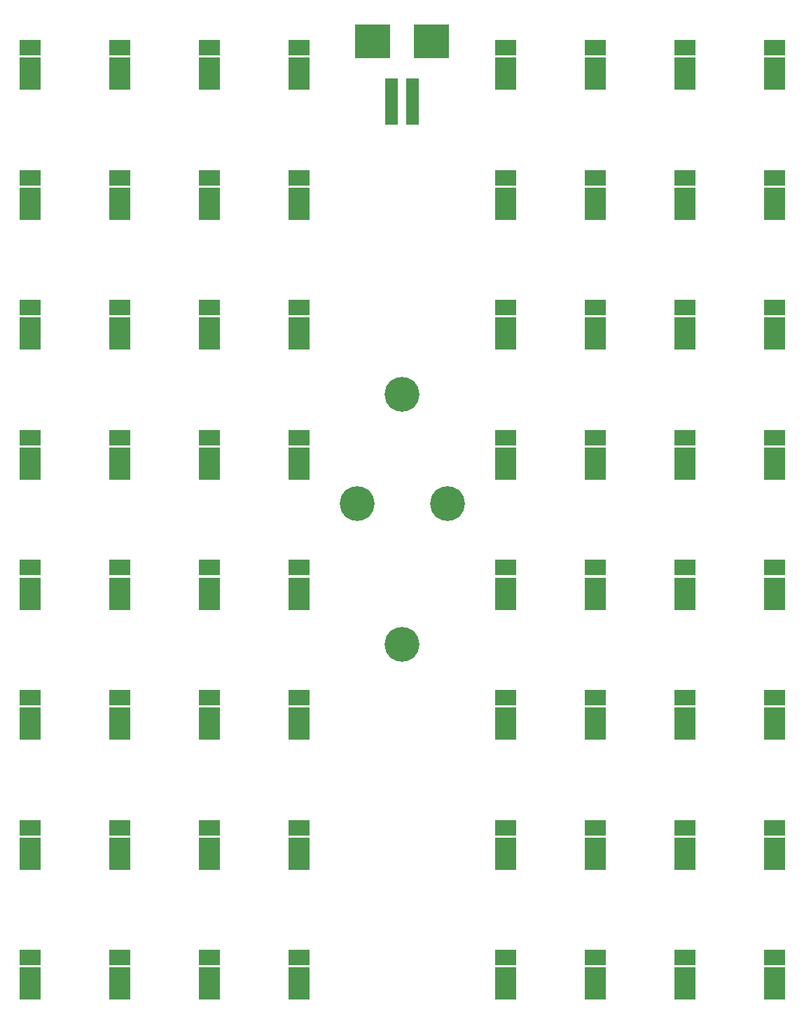
<source format=gts>
%FSLAX25Y25*%
%MOIN*%
G70*
G01*
G75*
G04 Layer_Color=8388736*
%ADD10R,0.09449X0.06496*%
%ADD11R,0.09449X0.14370*%
%ADD12R,0.05118X0.21654*%
%ADD13R,0.15748X0.15354*%
%ADD14C,0.15748*%
%ADD15R,0.10249X0.07296*%
%ADD16R,0.10249X0.15170*%
%ADD17R,0.05918X0.22453*%
%ADD18R,0.16548X0.16154*%
%ADD19C,0.16548*%
D15*
X177165Y224606D02*
D03*
X177165Y162739D02*
D03*
Y100872D02*
D03*
Y39004D02*
D03*
Y-22863D02*
D03*
Y-84730D02*
D03*
Y-146597D02*
D03*
Y-208465D02*
D03*
X134514Y224606D02*
D03*
Y162739D02*
D03*
Y100872D02*
D03*
Y39004D02*
D03*
Y-22863D02*
D03*
Y-84730D02*
D03*
Y-146597D02*
D03*
Y-208465D02*
D03*
X91864Y224606D02*
D03*
Y162739D02*
D03*
Y100872D02*
D03*
Y39004D02*
D03*
Y-22863D02*
D03*
Y-84730D02*
D03*
Y-146597D02*
D03*
Y-208465D02*
D03*
X49213Y224606D02*
D03*
Y162739D02*
D03*
Y100872D02*
D03*
Y39004D02*
D03*
Y-22863D02*
D03*
Y-84730D02*
D03*
Y-146597D02*
D03*
Y-208465D02*
D03*
X-49213Y224606D02*
D03*
Y162739D02*
D03*
Y100872D02*
D03*
Y39004D02*
D03*
Y-22863D02*
D03*
Y-84730D02*
D03*
Y-146597D02*
D03*
Y-208465D02*
D03*
X-91864Y224606D02*
D03*
Y162739D02*
D03*
Y100872D02*
D03*
Y39004D02*
D03*
Y-22863D02*
D03*
Y-84730D02*
D03*
Y-146597D02*
D03*
Y-208465D02*
D03*
X-134514Y224606D02*
D03*
Y162739D02*
D03*
Y100872D02*
D03*
Y39004D02*
D03*
Y-22863D02*
D03*
Y-84730D02*
D03*
Y-146597D02*
D03*
Y-208465D02*
D03*
X-177165Y224606D02*
D03*
Y162739D02*
D03*
Y100872D02*
D03*
Y39004D02*
D03*
Y-22863D02*
D03*
Y-84730D02*
D03*
Y-146597D02*
D03*
Y-208465D02*
D03*
D16*
X177165Y212205D02*
D03*
X177165Y150337D02*
D03*
Y88470D02*
D03*
Y26603D02*
D03*
Y-35264D02*
D03*
Y-97132D02*
D03*
Y-158999D02*
D03*
Y-220866D02*
D03*
X134514Y212205D02*
D03*
Y150337D02*
D03*
Y88470D02*
D03*
Y26603D02*
D03*
Y-35264D02*
D03*
Y-97132D02*
D03*
Y-158999D02*
D03*
Y-220866D02*
D03*
X91864Y212205D02*
D03*
Y150337D02*
D03*
Y88470D02*
D03*
Y26603D02*
D03*
Y-35264D02*
D03*
Y-97132D02*
D03*
Y-158999D02*
D03*
Y-220866D02*
D03*
X49213Y212205D02*
D03*
Y150337D02*
D03*
Y88470D02*
D03*
Y26603D02*
D03*
Y-35264D02*
D03*
Y-97132D02*
D03*
Y-158999D02*
D03*
Y-220866D02*
D03*
X-49213Y212205D02*
D03*
Y150337D02*
D03*
Y88470D02*
D03*
Y26603D02*
D03*
Y-35264D02*
D03*
Y-97132D02*
D03*
Y-158999D02*
D03*
Y-220866D02*
D03*
X-91864Y212205D02*
D03*
Y150337D02*
D03*
Y88470D02*
D03*
Y26603D02*
D03*
Y-35264D02*
D03*
Y-97132D02*
D03*
Y-158999D02*
D03*
Y-220866D02*
D03*
X-134514Y212205D02*
D03*
Y150337D02*
D03*
Y88470D02*
D03*
Y26603D02*
D03*
Y-35264D02*
D03*
Y-97132D02*
D03*
Y-158999D02*
D03*
Y-220866D02*
D03*
X-177165Y212205D02*
D03*
Y150337D02*
D03*
Y88470D02*
D03*
Y26603D02*
D03*
Y-35264D02*
D03*
Y-97132D02*
D03*
Y-158999D02*
D03*
Y-220866D02*
D03*
D17*
X4921Y199016D02*
D03*
X-4921D02*
D03*
D18*
X-13976Y227756D02*
D03*
X13976D02*
D03*
D19*
X0Y59449D02*
D03*
Y-59449D02*
D03*
X-21457Y7480D02*
D03*
X21457D02*
D03*
M02*

</source>
